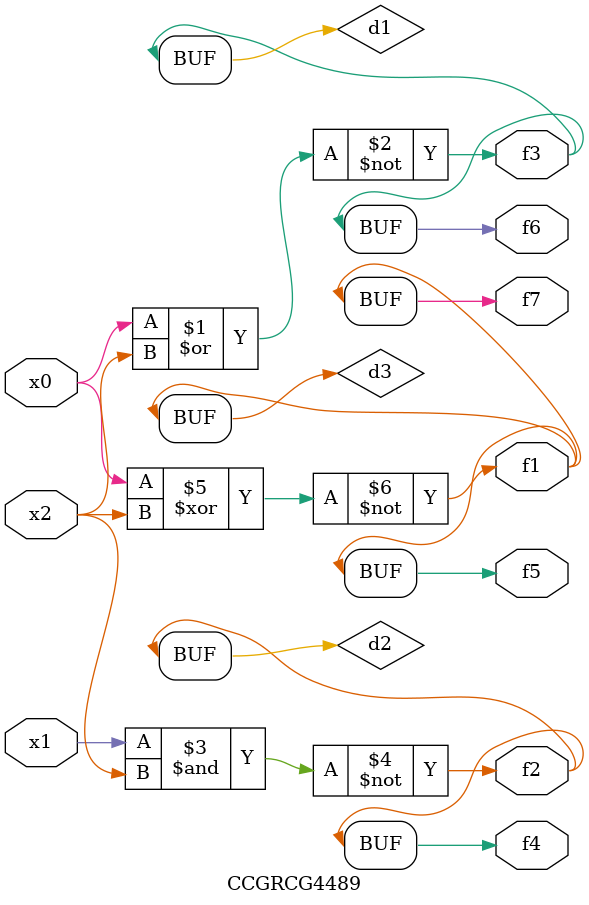
<source format=v>
module CCGRCG4489(
	input x0, x1, x2,
	output f1, f2, f3, f4, f5, f6, f7
);

	wire d1, d2, d3;

	nor (d1, x0, x2);
	nand (d2, x1, x2);
	xnor (d3, x0, x2);
	assign f1 = d3;
	assign f2 = d2;
	assign f3 = d1;
	assign f4 = d2;
	assign f5 = d3;
	assign f6 = d1;
	assign f7 = d3;
endmodule

</source>
